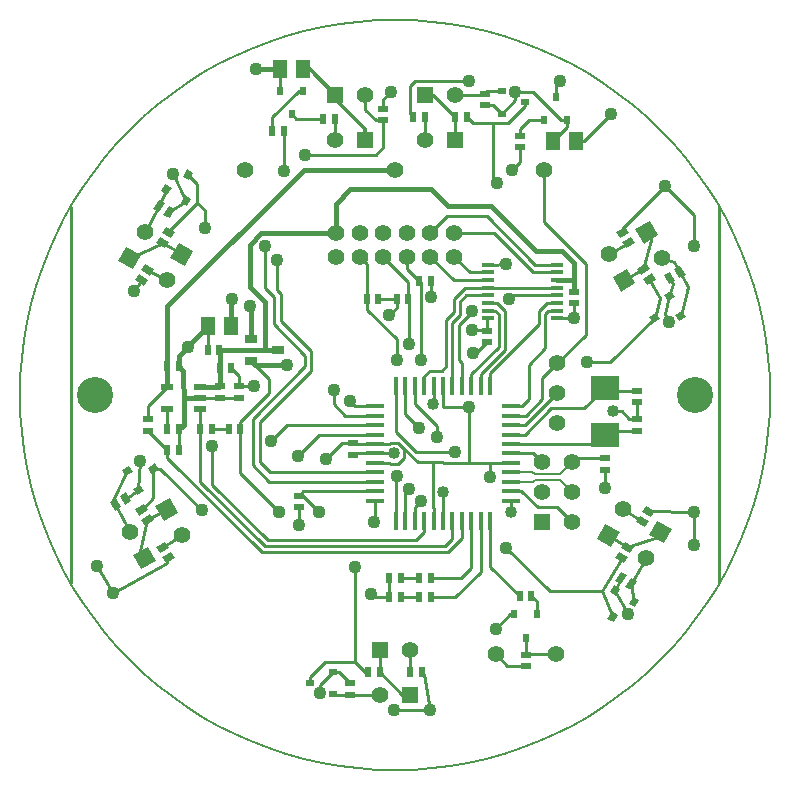
<source format=gtl>
G75*
G70*
%OFA0B0*%
%FSLAX24Y24*%
%IPPOS*%
%LPD*%
%AMOC8*
5,1,8,0,0,1.08239X$1,22.5*
%
%ADD10C,0.0080*%
%ADD11C,0.0100*%
%ADD12R,0.0591X0.0160*%
%ADD13R,0.0160X0.0591*%
%ADD14R,0.0413X0.0256*%
%ADD15R,0.0236X0.0354*%
%ADD16R,0.0453X0.0591*%
%ADD17R,0.0354X0.0236*%
%ADD18R,0.0433X0.0236*%
%ADD19R,0.0555X0.0555*%
%ADD20C,0.0555*%
%ADD21C,0.0440*%
%ADD22R,0.0236X0.0276*%
%ADD23R,0.0555X0.0555*%
%ADD24R,0.0394X0.0138*%
%ADD25R,0.0945X0.0787*%
%ADD26C,0.1200*%
%ADD27R,0.0276X0.0236*%
%ADD28C,0.0120*%
%ADD29C,0.0436*%
%ADD30C,0.0160*%
%ADD31C,0.0400*%
D10*
X000930Y014280D02*
X000945Y014893D01*
X000990Y015505D01*
X001065Y016114D01*
X001170Y016719D01*
X001305Y017317D01*
X001468Y017909D01*
X001661Y018491D01*
X001882Y019064D01*
X002130Y019624D01*
X002406Y020172D01*
X002708Y020706D01*
X003037Y021225D01*
X003390Y021726D01*
X003767Y022210D01*
X004168Y022674D01*
X004591Y023119D01*
X005036Y023542D01*
X005500Y023943D01*
X005984Y024320D01*
X006485Y024673D01*
X007004Y025002D01*
X007538Y025304D01*
X008086Y025580D01*
X008646Y025828D01*
X009219Y026049D01*
X009801Y026242D01*
X010393Y026405D01*
X010991Y026540D01*
X011596Y026645D01*
X012205Y026720D01*
X012817Y026765D01*
X013430Y026780D01*
X014043Y026765D01*
X014655Y026720D01*
X015264Y026645D01*
X015869Y026540D01*
X016467Y026405D01*
X017059Y026242D01*
X017641Y026049D01*
X018214Y025828D01*
X018774Y025580D01*
X019322Y025304D01*
X019856Y025002D01*
X020375Y024673D01*
X020876Y024320D01*
X021360Y023943D01*
X021824Y023542D01*
X022269Y023119D01*
X022692Y022674D01*
X023093Y022210D01*
X023470Y021726D01*
X023823Y021225D01*
X024152Y020706D01*
X024454Y020172D01*
X024730Y019624D01*
X024978Y019064D01*
X025199Y018491D01*
X025392Y017909D01*
X025555Y017317D01*
X025690Y016719D01*
X025795Y016114D01*
X025870Y015505D01*
X025915Y014893D01*
X025930Y014280D01*
X025915Y013667D01*
X025870Y013055D01*
X025795Y012446D01*
X025690Y011841D01*
X025555Y011243D01*
X025392Y010651D01*
X025199Y010069D01*
X024978Y009496D01*
X024730Y008936D01*
X024454Y008388D01*
X024152Y007854D01*
X023823Y007335D01*
X023470Y006834D01*
X023093Y006350D01*
X022692Y005886D01*
X022269Y005441D01*
X021824Y005018D01*
X021360Y004617D01*
X020876Y004240D01*
X020375Y003887D01*
X019856Y003558D01*
X019322Y003256D01*
X018774Y002980D01*
X018214Y002732D01*
X017641Y002511D01*
X017059Y002318D01*
X016467Y002155D01*
X015869Y002020D01*
X015264Y001915D01*
X014655Y001840D01*
X014043Y001795D01*
X013430Y001780D01*
X012817Y001795D01*
X012205Y001840D01*
X011596Y001915D01*
X010991Y002020D01*
X010393Y002155D01*
X009801Y002318D01*
X009219Y002511D01*
X008646Y002732D01*
X008086Y002980D01*
X007538Y003256D01*
X007004Y003558D01*
X006485Y003887D01*
X005984Y004240D01*
X005500Y004617D01*
X005036Y005018D01*
X004591Y005441D01*
X004168Y005886D01*
X003767Y006350D01*
X003390Y006834D01*
X003037Y007335D01*
X002708Y007854D01*
X002406Y008388D01*
X002130Y008936D01*
X001882Y009496D01*
X001661Y010069D01*
X001468Y010651D01*
X001305Y011243D01*
X001170Y011841D01*
X001065Y012446D01*
X000990Y013055D01*
X000945Y013667D01*
X000930Y014280D01*
X017294Y011700D02*
X018010Y011700D01*
X018080Y011630D01*
X018930Y011630D01*
X019330Y012030D01*
X018930Y011430D02*
X019330Y011030D01*
X018930Y011430D02*
X018080Y011430D01*
X018035Y011385D01*
X017294Y011385D01*
X017294Y010755D02*
X017280Y010741D01*
D11*
X017280Y010380D01*
X017294Y011070D02*
X017640Y011070D01*
X018180Y010530D01*
X018830Y010530D01*
X019330Y010030D01*
X020540Y009597D02*
X021178Y009200D01*
X022180Y009530D01*
X022280Y009713D01*
X021682Y010060D02*
X021040Y010463D01*
X020430Y011180D02*
X020430Y011783D01*
X020430Y012177D02*
X019477Y012177D01*
X019330Y012030D01*
X020132Y012645D02*
X020430Y012943D01*
X020430Y013083D01*
X021480Y013083D01*
X021480Y013477D02*
X021233Y013477D01*
X020980Y013730D01*
X020680Y013730D01*
X020430Y014427D02*
X020430Y014517D01*
X019743Y013830D01*
X018630Y013830D01*
X017760Y012960D01*
X017294Y012960D01*
X017294Y013275D02*
X017775Y013275D01*
X018830Y014330D01*
X018330Y014130D02*
X018330Y014830D01*
X018830Y015330D01*
X019780Y016280D01*
X019780Y018630D01*
X018380Y020030D01*
X018380Y021780D01*
X017580Y022030D02*
X017580Y022533D01*
X017580Y022927D02*
X017580Y023130D01*
X017886Y023436D01*
X018406Y023436D01*
X018974Y023436D02*
X018030Y024380D01*
X017430Y024380D01*
X017430Y024100D01*
X016986Y023656D01*
X016709Y023933D01*
X016430Y023933D01*
X016383Y024280D02*
X015430Y024280D01*
X015880Y024730D02*
X014080Y024730D01*
X013930Y024580D01*
X013930Y023630D01*
X014030Y023530D01*
X014033Y023530D01*
X014427Y023530D02*
X014430Y023530D01*
X014430Y022780D01*
X015430Y022780D02*
X015430Y023530D01*
X015433Y023530D01*
X014683Y024280D01*
X014430Y024280D01*
X013280Y024380D02*
X013030Y024130D01*
X013030Y023827D01*
X013030Y023433D02*
X013030Y022530D01*
X012780Y022280D01*
X010430Y022280D01*
X009730Y021730D02*
X009730Y023077D01*
X009727Y023080D01*
X009333Y023080D02*
X009333Y023533D01*
X010224Y024424D01*
X010354Y024424D01*
X009606Y024424D02*
X009606Y025110D01*
X009586Y025130D01*
X009980Y023636D02*
X010136Y023480D01*
X011033Y023480D01*
X011427Y023480D02*
X011430Y023477D01*
X011430Y022780D01*
X012430Y023780D02*
X012780Y023430D01*
X013027Y023430D01*
X013030Y023433D01*
X012430Y023780D02*
X012430Y024280D01*
X015827Y023530D02*
X016027Y023330D01*
X016680Y023330D01*
X016680Y021480D01*
X016830Y021330D01*
X017330Y021780D02*
X017580Y022030D01*
X018686Y022730D02*
X019154Y023198D01*
X019154Y023436D01*
X018974Y023436D01*
X019474Y022730D02*
X019730Y022730D01*
X020630Y023630D01*
X018930Y024730D02*
X018780Y024580D01*
X018780Y024224D01*
X017774Y024030D02*
X017774Y023924D01*
X017180Y023330D01*
X016680Y023330D01*
X016383Y024280D02*
X016430Y024327D01*
X016507Y024404D01*
X016986Y024404D01*
X016480Y020230D02*
X015167Y020230D01*
X014611Y019674D01*
X015399Y019674D02*
X015405Y019680D01*
X016730Y019680D01*
X018040Y018370D01*
X018841Y018370D01*
X018841Y018626D02*
X018084Y018626D01*
X016480Y020230D01*
X015399Y018886D02*
X015915Y018370D01*
X016538Y018370D01*
X016538Y018626D02*
X016638Y018622D01*
X017130Y018630D01*
X016538Y018114D02*
X015384Y018114D01*
X014611Y018886D01*
X013824Y018886D02*
X013824Y018489D01*
X014233Y018080D01*
X014280Y018033D01*
X014280Y015430D01*
X014580Y015080D02*
X014400Y014900D01*
X014400Y014594D01*
X014085Y014594D02*
X014085Y013975D01*
X014830Y013230D01*
X014830Y012880D01*
X015430Y012380D02*
X014130Y012380D01*
X013455Y013055D01*
X013455Y014594D01*
X013770Y014594D02*
X013770Y013640D01*
X014230Y013180D01*
X013730Y012480D02*
X014180Y012030D01*
X014680Y012030D01*
X015030Y012030D01*
X015030Y012015D01*
X015880Y012015D01*
X015880Y013880D01*
X015030Y013880D01*
X015030Y014594D01*
X014715Y014594D02*
X014715Y014015D01*
X014680Y013980D01*
X015345Y014594D02*
X015345Y016695D01*
X015580Y016930D01*
X015580Y017380D01*
X015802Y017602D01*
X016538Y017602D01*
X016538Y017346D02*
X016814Y017346D01*
X017080Y017080D01*
X017080Y015780D01*
X016290Y014990D01*
X016290Y014594D01*
X016605Y014594D02*
X016605Y015005D01*
X018230Y016630D01*
X018230Y017080D01*
X018496Y017346D01*
X018841Y017346D01*
X018841Y017090D02*
X018831Y017080D01*
X018530Y017080D01*
X018430Y016980D01*
X018430Y015830D01*
X017880Y015280D01*
X017880Y014130D01*
X017655Y013905D01*
X017294Y013905D01*
X017294Y013590D02*
X017790Y013590D01*
X018330Y014130D01*
X017294Y012645D02*
X020132Y012645D01*
X021480Y013477D02*
X021480Y014033D01*
X021480Y014427D02*
X020430Y014427D01*
X020610Y015380D02*
X019830Y015380D01*
X020610Y015380D02*
X022083Y016853D01*
X022264Y017527D01*
X021909Y018142D01*
X021712Y018483D02*
X021969Y019439D01*
X021817Y019701D01*
X021209Y019354D02*
X021204Y019336D01*
X020566Y018968D01*
X021012Y019695D02*
X021012Y019812D01*
X022430Y021230D01*
X023380Y020280D01*
X023380Y019230D01*
X022722Y018727D02*
X022924Y018377D01*
X023210Y017883D01*
X022952Y016923D01*
X022556Y016722D02*
X022416Y016964D01*
X022578Y017570D01*
X022691Y017993D01*
X022583Y018181D01*
X022722Y018727D02*
X022317Y018835D01*
X021712Y018483D02*
X021069Y018111D01*
X021066Y018102D01*
X019380Y017333D02*
X019380Y016830D01*
X019376Y016834D01*
X018841Y016834D01*
X018841Y017602D02*
X017352Y017602D01*
X017230Y017480D01*
X016770Y017090D02*
X016538Y017090D01*
X016770Y017090D02*
X016880Y016980D01*
X016880Y015880D01*
X015975Y014975D01*
X015975Y014594D01*
X015660Y014594D02*
X015660Y015350D01*
X015560Y015450D01*
X015560Y016610D01*
X015980Y017030D01*
X015980Y017080D01*
X016480Y016817D02*
X016480Y016427D01*
X016477Y016430D01*
X015980Y016430D01*
X016480Y016817D02*
X016493Y016830D01*
X016538Y016834D01*
X016480Y016033D02*
X016127Y015680D01*
X016030Y015680D01*
X015130Y015230D02*
X014980Y015080D01*
X014580Y015080D01*
X015130Y015230D02*
X015130Y016780D01*
X015380Y017030D01*
X015380Y017480D01*
X015758Y017858D01*
X016538Y017858D01*
X018841Y017858D01*
X014630Y018077D02*
X014630Y017530D01*
X014630Y018077D02*
X014627Y018080D01*
X013877Y018046D02*
X013877Y017480D01*
X013880Y017477D01*
X013880Y015980D01*
X013480Y016130D02*
X012483Y017127D01*
X012483Y017480D01*
X012483Y018652D01*
X012249Y018886D01*
X013036Y018886D02*
X013877Y018046D01*
X013483Y017480D02*
X013483Y017183D01*
X013230Y016930D01*
X013483Y017480D02*
X012877Y017480D01*
X013480Y016130D02*
X013480Y015430D01*
X012766Y013905D02*
X012105Y013905D01*
X011930Y014080D01*
X011770Y013590D02*
X011380Y013980D01*
X011380Y014430D01*
X011770Y013590D02*
X012766Y013590D01*
X012766Y013275D02*
X010925Y013275D01*
X009835Y013285D01*
X009735Y013175D01*
X009280Y012730D01*
X008930Y013380D02*
X010630Y015080D01*
X010630Y015730D01*
X009630Y016730D01*
X009630Y017630D01*
X009480Y017780D01*
X009480Y018780D01*
X009080Y019230D02*
X009080Y017830D01*
X009380Y017530D01*
X009380Y016630D01*
X010430Y015580D01*
X010430Y015230D01*
X008680Y013480D01*
X008680Y011930D01*
X009225Y011385D01*
X012766Y011385D01*
X012766Y011070D02*
X010373Y011070D01*
X010230Y010927D01*
X010350Y010927D01*
X010897Y010380D01*
X010230Y010533D02*
X010230Y009930D01*
X009560Y010380D02*
X008277Y011663D01*
X008277Y013130D01*
X008277Y013377D01*
X009230Y014330D01*
X009230Y014803D01*
X008627Y015406D01*
X008230Y014927D02*
X008230Y014577D01*
X008233Y014580D01*
X008730Y014580D01*
X008233Y014180D02*
X008230Y014183D01*
X008227Y014180D01*
X007577Y014180D01*
X007580Y014183D01*
X007577Y014180D02*
X006931Y014180D01*
X006931Y013806D02*
X006931Y013132D01*
X006933Y013130D01*
X006933Y011377D01*
X009080Y009230D01*
X015080Y009230D01*
X015345Y009495D01*
X015345Y010066D01*
X015030Y010066D02*
X015030Y011030D01*
X014680Y010530D02*
X014680Y012030D01*
X013730Y012180D02*
X013530Y011980D01*
X013280Y011980D01*
X013245Y012015D01*
X012766Y012015D01*
X012766Y011700D02*
X009260Y011700D01*
X008930Y012030D01*
X008930Y013380D01*
X007883Y013130D02*
X007327Y013130D01*
X007330Y012580D02*
X007330Y011280D01*
X009180Y009430D01*
X014130Y009430D01*
X014400Y009700D01*
X014400Y010066D01*
X014085Y010066D02*
X014085Y010535D01*
X014280Y010730D01*
X014680Y010530D02*
X014715Y010495D01*
X014715Y010066D01*
X013770Y010066D02*
X013770Y011020D01*
X013880Y011130D01*
X013455Y011555D02*
X013480Y011580D01*
X013455Y011555D02*
X013455Y010066D01*
X012766Y010066D02*
X012766Y010755D01*
X012766Y010066D02*
X012730Y010030D01*
X012080Y008530D02*
X012080Y005380D01*
X011080Y005380D01*
X010586Y004886D01*
X010586Y004680D01*
X010930Y004610D02*
X010930Y004330D01*
X010930Y004610D02*
X011374Y005054D01*
X011553Y005054D01*
X011930Y004677D01*
X011903Y004704D01*
X011930Y004283D02*
X011397Y004283D01*
X011374Y004306D01*
X011930Y004283D02*
X011933Y004280D01*
X012930Y004280D01*
X013380Y003780D02*
X014580Y003780D01*
X014380Y004977D01*
X014327Y005030D01*
X013933Y005030D02*
X013930Y005780D01*
X012930Y005780D02*
X012927Y005030D01*
X013677Y004280D01*
X013930Y004280D01*
X012533Y005030D02*
X012430Y005030D01*
X012080Y005380D01*
X012730Y007530D02*
X012630Y007630D01*
X012730Y007530D02*
X013233Y007530D01*
X013233Y008180D01*
X013627Y008180D02*
X014233Y008180D01*
X014627Y008180D02*
X015630Y008180D01*
X015975Y008525D01*
X015975Y010066D01*
X016290Y010066D02*
X016290Y008390D01*
X015430Y007530D01*
X014627Y007530D01*
X014233Y007530D02*
X013627Y007530D01*
X015180Y009030D02*
X015660Y009510D01*
X015660Y010066D01*
X016605Y010066D02*
X016605Y008558D01*
X017583Y007580D01*
X017977Y007580D02*
X018154Y007403D01*
X018154Y006974D01*
X017780Y006186D02*
X017780Y005627D01*
X017783Y005630D01*
X018780Y005630D01*
X017780Y005233D02*
X017177Y005233D01*
X016780Y005630D01*
X016780Y006480D02*
X017274Y006974D01*
X017406Y006974D01*
X018580Y007730D02*
X020330Y007730D01*
X020683Y006889D01*
X021180Y006980D02*
X020753Y007758D01*
X020960Y008178D01*
X021300Y007982D02*
X021401Y007384D01*
X021300Y007982D02*
X021780Y008847D01*
X020982Y008860D02*
X020330Y007730D01*
X018580Y007730D02*
X017130Y009180D01*
X015180Y009030D02*
X008980Y009030D01*
X005833Y012177D01*
X005833Y012430D01*
X005180Y013083D01*
X005180Y013477D02*
X005180Y013905D01*
X005829Y014554D01*
X005833Y014558D01*
X005829Y013806D02*
X005829Y013134D01*
X005833Y013130D01*
X006227Y013130D02*
X006227Y012430D01*
X005583Y011827D02*
X005371Y011827D01*
X005371Y010840D01*
X004982Y010450D01*
X005178Y010110D02*
X004930Y009080D01*
X005080Y008847D01*
X005682Y009200D02*
X006320Y009597D01*
X005878Y008860D02*
X005830Y008680D01*
X004030Y007680D01*
X003480Y008580D01*
X002630Y008000D02*
X002630Y020530D01*
X004580Y018847D02*
X005682Y019360D01*
X006320Y018963D01*
X005878Y019700D02*
X005928Y019778D01*
X006830Y020680D01*
X007080Y020430D01*
X007080Y019830D01*
X006830Y020680D02*
X006830Y021318D01*
X006527Y021621D01*
X006030Y021630D02*
X006457Y020752D01*
X005900Y020382D01*
X005560Y020578D02*
X005809Y021126D01*
X005560Y020578D02*
X005080Y019713D01*
X005178Y018450D02*
X005820Y018097D01*
X004982Y018110D02*
X004730Y017730D01*
X007183Y016577D02*
X007183Y015780D01*
X007577Y015780D02*
X007583Y015774D01*
X007583Y015180D02*
X007580Y015177D01*
X007977Y015180D02*
X008230Y014927D01*
X007580Y014577D02*
X007557Y014554D01*
X007183Y016577D02*
X007186Y016580D01*
X010910Y012960D02*
X010180Y012230D01*
X011130Y012130D02*
X011677Y012677D01*
X012030Y012677D01*
X012062Y012645D01*
X012766Y012645D01*
X013245Y012645D01*
X013280Y012680D01*
X013530Y012680D01*
X013730Y012480D01*
X013730Y012180D01*
X013380Y012330D02*
X012766Y012330D01*
X012077Y012330D01*
X012030Y012283D01*
X012766Y012960D02*
X010910Y012960D01*
X006980Y010430D02*
X005583Y011827D01*
X004930Y012080D02*
X004876Y011109D01*
X004450Y010828D01*
X004110Y010632D02*
X004030Y010780D01*
X004502Y011757D01*
X004110Y010632D02*
X004580Y009713D01*
X005178Y010110D02*
X005820Y010463D01*
X015880Y012015D02*
X016580Y012015D01*
X016580Y011530D01*
X016580Y012015D02*
X017294Y012015D01*
X017294Y012330D02*
X018030Y012330D01*
X018330Y012030D01*
X021878Y010400D02*
X023380Y010380D01*
X023380Y009280D01*
X024230Y008000D02*
X024230Y020530D01*
D12*
X017294Y013905D03*
X017294Y013590D03*
X017294Y013275D03*
X017294Y012960D03*
X017294Y012645D03*
X017294Y012330D03*
X017294Y012015D03*
X017294Y011700D03*
X017294Y011385D03*
X017294Y011070D03*
X017294Y010755D03*
X012766Y010755D03*
X012766Y011070D03*
X012766Y011385D03*
X012766Y011700D03*
X012766Y012015D03*
X012766Y012330D03*
X012766Y012645D03*
X012766Y012960D03*
X012766Y013275D03*
X012766Y013590D03*
X012766Y013905D03*
D13*
X013455Y014594D03*
X013770Y014594D03*
X014085Y014594D03*
X014400Y014594D03*
X014715Y014594D03*
X015030Y014594D03*
X015345Y014594D03*
X015660Y014594D03*
X015975Y014594D03*
X016290Y014594D03*
X016605Y014594D03*
X016605Y010066D03*
X016290Y010066D03*
X015975Y010066D03*
X015660Y010066D03*
X015345Y010066D03*
X015030Y010066D03*
X014715Y010066D03*
X014400Y010066D03*
X014085Y010066D03*
X013770Y010066D03*
X013455Y010066D03*
D14*
X008627Y015406D03*
X008627Y016154D03*
X009533Y015780D03*
D15*
X007977Y015180D03*
X007583Y015180D03*
X007577Y015780D03*
X007183Y015780D03*
X006227Y015230D03*
X005833Y015230D03*
X005833Y013130D03*
X006227Y013130D03*
X006227Y012430D03*
X005833Y012430D03*
X006933Y013130D03*
X007327Y013130D03*
X007883Y013130D03*
X008277Y013130D03*
X012483Y017480D03*
X012877Y017480D03*
X013483Y017480D03*
X013877Y017480D03*
X014233Y018080D03*
X014627Y018080D03*
X009727Y023080D03*
X009333Y023080D03*
X011033Y023480D03*
X011427Y023480D03*
X014033Y023530D03*
X014427Y023530D03*
X015433Y023530D03*
X015827Y023530D03*
X014627Y008180D03*
X014233Y008180D03*
X013627Y008180D03*
X013233Y008180D03*
X013233Y007530D03*
X013627Y007530D03*
X014233Y007530D03*
X014627Y007530D03*
X014327Y005030D03*
X013933Y005030D03*
X012927Y005030D03*
X012533Y005030D03*
X017583Y007580D03*
X017977Y007580D03*
D16*
X007974Y016580D03*
X007186Y016580D03*
X009586Y025130D03*
X010374Y025130D03*
X018686Y022730D03*
X019474Y022730D03*
D17*
X017580Y022533D03*
X017580Y022927D03*
X016430Y023933D03*
X016430Y024327D03*
X013030Y023827D03*
X013030Y023433D03*
X019380Y017727D03*
X019380Y017333D03*
G36*
X021421Y019341D02*
X021115Y019164D01*
X020997Y019367D01*
X021303Y019544D01*
X021421Y019341D01*
G37*
G36*
X021224Y019682D02*
X020918Y019505D01*
X020800Y019708D01*
X021106Y019885D01*
X021224Y019682D01*
G37*
G36*
X021500Y018496D02*
X021806Y018673D01*
X021924Y018470D01*
X021618Y018293D01*
X021500Y018496D01*
G37*
G36*
X021697Y018155D02*
X022003Y018332D01*
X022121Y018129D01*
X021815Y017952D01*
X021697Y018155D01*
G37*
G36*
X022596Y018393D02*
X022773Y018087D01*
X022570Y017969D01*
X022393Y018275D01*
X022596Y018393D01*
G37*
G36*
X022937Y018589D02*
X023114Y018283D01*
X022911Y018165D01*
X022734Y018471D01*
X022937Y018589D01*
G37*
X021480Y014427D03*
X021480Y014033D03*
X021480Y013477D03*
X021480Y013083D03*
X020430Y012177D03*
X020430Y011783D03*
G36*
X021972Y010210D02*
X021666Y010387D01*
X021784Y010590D01*
X022090Y010413D01*
X021972Y010210D01*
G37*
G36*
X021776Y009870D02*
X021470Y010047D01*
X021588Y010250D01*
X021894Y010073D01*
X021776Y009870D01*
G37*
G36*
X021084Y009390D02*
X021390Y009213D01*
X021272Y009010D01*
X020966Y009187D01*
X021084Y009390D01*
G37*
G36*
X020888Y009050D02*
X021194Y008873D01*
X021076Y008670D01*
X020770Y008847D01*
X020888Y009050D01*
G37*
G36*
X021150Y008272D02*
X020973Y007966D01*
X020770Y008084D01*
X020947Y008390D01*
X021150Y008272D01*
G37*
G36*
X021490Y008076D02*
X021313Y007770D01*
X021110Y007888D01*
X021287Y008194D01*
X021490Y008076D01*
G37*
X017780Y005627D03*
X017780Y005233D03*
X011930Y004677D03*
X011930Y004283D03*
X010230Y010533D03*
X010230Y010927D03*
X012030Y012283D03*
X012030Y012677D03*
X008230Y014183D03*
X008230Y014577D03*
X007580Y014577D03*
X007580Y014183D03*
X005180Y013477D03*
X005180Y013083D03*
G36*
X004437Y010616D02*
X004260Y010922D01*
X004463Y011040D01*
X004640Y010734D01*
X004437Y010616D01*
G37*
G36*
X004097Y010420D02*
X003920Y010726D01*
X004123Y010844D01*
X004300Y010538D01*
X004097Y010420D01*
G37*
G36*
X005194Y010437D02*
X004888Y010260D01*
X004770Y010463D01*
X005076Y010640D01*
X005194Y010437D01*
G37*
G36*
X005390Y010097D02*
X005084Y009920D01*
X004966Y010123D01*
X005272Y010300D01*
X005390Y010097D01*
G37*
G36*
X005470Y009213D02*
X005776Y009390D01*
X005894Y009187D01*
X005588Y009010D01*
X005470Y009213D01*
G37*
G36*
X005666Y008873D02*
X005972Y009050D01*
X006090Y008847D01*
X005784Y008670D01*
X005666Y008873D01*
G37*
G36*
X004888Y018300D02*
X005194Y018123D01*
X005076Y017920D01*
X004770Y018097D01*
X004888Y018300D01*
G37*
G36*
X005084Y018640D02*
X005390Y018463D01*
X005272Y018260D01*
X004966Y018437D01*
X005084Y018640D01*
G37*
G36*
X005776Y019170D02*
X005470Y019347D01*
X005588Y019550D01*
X005894Y019373D01*
X005776Y019170D01*
G37*
G36*
X005972Y019510D02*
X005666Y019687D01*
X005784Y019890D01*
X006090Y019713D01*
X005972Y019510D01*
G37*
G36*
X005710Y020288D02*
X005887Y020594D01*
X006090Y020476D01*
X005913Y020170D01*
X005710Y020288D01*
G37*
G36*
X005370Y020484D02*
X005547Y020790D01*
X005750Y020672D01*
X005573Y020366D01*
X005370Y020484D01*
G37*
X016480Y016427D03*
X016480Y016033D03*
D18*
X006931Y014554D03*
X006931Y014180D03*
X006931Y013806D03*
X005829Y013806D03*
X005829Y014554D03*
D19*
X012430Y022780D03*
X011430Y024280D03*
X014430Y024280D03*
X015430Y022780D03*
X018330Y010030D03*
X012930Y005780D03*
X013930Y004280D03*
D20*
X012930Y004280D03*
X013930Y005780D03*
X016780Y005630D03*
X018780Y005630D03*
X021780Y008847D03*
X021040Y010463D03*
X019330Y010030D03*
X019330Y011030D03*
X019330Y012030D03*
X018330Y012030D03*
X018330Y011030D03*
X018830Y013330D03*
X018830Y014330D03*
X018830Y015330D03*
X020566Y018968D03*
X022317Y018835D03*
X018380Y021780D03*
X015399Y019674D03*
X015399Y018886D03*
X014611Y018886D03*
X013824Y018886D03*
X013824Y019674D03*
X014611Y019674D03*
X013036Y019674D03*
X012249Y019674D03*
X011461Y019674D03*
X011461Y018886D03*
X012249Y018886D03*
X013036Y018886D03*
X013430Y021780D03*
X014430Y022780D03*
X015430Y024280D03*
X012430Y024280D03*
X011430Y022780D03*
X008430Y021780D03*
X005080Y019713D03*
X005820Y018097D03*
X004580Y009713D03*
X006320Y009597D03*
D21*
X009560Y010380D03*
X010897Y010380D03*
D22*
X017406Y006974D03*
X017780Y006186D03*
X018154Y006974D03*
X018406Y023436D03*
X019154Y023436D03*
X018780Y024224D03*
X010354Y024424D03*
X009606Y024424D03*
X009980Y023636D03*
D23*
G36*
X005942Y018862D02*
X006219Y019341D01*
X006698Y019064D01*
X006421Y018585D01*
X005942Y018862D01*
G37*
G36*
X004958Y018948D02*
X004681Y018469D01*
X004202Y018746D01*
X004479Y019225D01*
X004958Y018948D01*
G37*
G36*
X005719Y010085D02*
X005442Y010564D01*
X005921Y010841D01*
X006198Y010362D01*
X005719Y010085D01*
G37*
G36*
X005181Y009225D02*
X005458Y008746D01*
X004979Y008469D01*
X004702Y008948D01*
X005181Y009225D01*
G37*
G36*
X020918Y009698D02*
X020641Y009219D01*
X020162Y009496D01*
X020439Y009975D01*
X020918Y009698D01*
G37*
G36*
X021902Y009612D02*
X022179Y010091D01*
X022658Y009814D01*
X022381Y009335D01*
X021902Y009612D01*
G37*
G36*
X021167Y018480D02*
X021444Y018001D01*
X020965Y017724D01*
X020688Y018203D01*
X021167Y018480D01*
G37*
G36*
X021716Y019323D02*
X021439Y019802D01*
X021918Y020079D01*
X022195Y019600D01*
X021716Y019323D01*
G37*
D24*
X018841Y018626D03*
X018841Y018370D03*
X018841Y018114D03*
X018841Y017858D03*
X018841Y017602D03*
X018841Y017346D03*
X018841Y017090D03*
X018841Y016834D03*
X016538Y016834D03*
X016538Y017090D03*
X016538Y017346D03*
X016538Y017602D03*
X016538Y017858D03*
X016538Y018114D03*
X016538Y018370D03*
X016538Y018626D03*
D25*
X020430Y014517D03*
X020430Y012943D03*
D26*
X023430Y014280D03*
X003430Y014280D03*
D27*
G36*
X005193Y011860D02*
X005431Y011998D01*
X005549Y011794D01*
X005311Y011656D01*
X005193Y011860D01*
G37*
G36*
X004324Y011790D02*
X004562Y011928D01*
X004680Y011724D01*
X004442Y011586D01*
X004324Y011790D01*
G37*
G36*
X004698Y011142D02*
X004936Y011280D01*
X005054Y011076D01*
X004816Y010938D01*
X004698Y011142D01*
G37*
X010586Y004680D03*
X011374Y004306D03*
X011374Y005054D03*
G36*
X020854Y006949D02*
X020716Y006711D01*
X020512Y006829D01*
X020650Y007067D01*
X020854Y006949D01*
G37*
G36*
X021572Y007444D02*
X021434Y007206D01*
X021230Y007324D01*
X021368Y007562D01*
X021572Y007444D01*
G37*
G36*
X020924Y007818D02*
X020786Y007580D01*
X020582Y007698D01*
X020720Y007936D01*
X020924Y007818D01*
G37*
G36*
X022261Y016820D02*
X022023Y016682D01*
X021905Y016886D01*
X022143Y017024D01*
X022261Y016820D01*
G37*
G36*
X023130Y016890D02*
X022892Y016752D01*
X022774Y016956D01*
X023012Y017094D01*
X023130Y016890D01*
G37*
G36*
X022756Y017537D02*
X022518Y017399D01*
X022400Y017603D01*
X022638Y017741D01*
X022756Y017537D01*
G37*
X016986Y023656D03*
X016986Y024404D03*
X017774Y024030D03*
G36*
X006356Y021561D02*
X006494Y021799D01*
X006698Y021681D01*
X006560Y021443D01*
X006356Y021561D01*
G37*
G36*
X005638Y021066D02*
X005776Y021304D01*
X005980Y021186D01*
X005842Y020948D01*
X005638Y021066D01*
G37*
G36*
X006286Y020692D02*
X006424Y020930D01*
X006628Y020812D01*
X006490Y020574D01*
X006286Y020692D01*
G37*
D28*
X010374Y025130D02*
X010580Y025130D01*
X011430Y024280D01*
X011430Y024130D01*
X012430Y023130D01*
X012430Y022780D01*
D29*
X004030Y007680D03*
X003480Y008580D03*
X004930Y012080D03*
X006980Y010430D03*
X007330Y012580D03*
X009280Y012730D03*
X010180Y012230D03*
X011130Y012130D03*
X011930Y014080D03*
X011380Y014430D03*
X009830Y015280D03*
X008730Y014580D03*
X006530Y015880D03*
X007980Y017480D03*
X008580Y017230D03*
X009480Y018780D03*
X009080Y019230D03*
X007080Y019830D03*
X006030Y021630D03*
X008780Y025130D03*
X010430Y022280D03*
X009730Y021730D03*
X013280Y024380D03*
X015880Y024730D03*
X017430Y024380D03*
X018930Y024730D03*
X020630Y023630D03*
X022430Y021230D03*
X023380Y019230D03*
X022556Y016722D03*
X019830Y015380D03*
X019380Y016830D03*
X017230Y017480D03*
X017130Y018630D03*
X015980Y017080D03*
X015980Y016430D03*
X016030Y015680D03*
X014280Y015430D03*
X013880Y015980D03*
X013480Y015430D03*
X013230Y016930D03*
X014630Y017530D03*
X015880Y013880D03*
X014830Y012880D03*
X015430Y012380D03*
X016580Y011530D03*
X014280Y010730D03*
X013880Y011130D03*
X013480Y011580D03*
X014230Y013180D03*
X012730Y010030D03*
X012080Y008530D03*
X012630Y007630D03*
X010230Y009930D03*
X010930Y004330D03*
X013380Y003780D03*
X014580Y003780D03*
X016780Y006480D03*
X017130Y009180D03*
X020430Y011180D03*
X023380Y010380D03*
X023380Y009280D03*
X021180Y006980D03*
X016830Y021330D03*
X017330Y021780D03*
X004730Y017730D03*
D30*
X005833Y017233D02*
X010380Y021780D01*
X013430Y021780D01*
X014630Y021130D02*
X011930Y021130D01*
X011461Y020661D01*
X011461Y019674D01*
X008974Y019674D01*
X008580Y019280D01*
X008580Y017880D01*
X009080Y017380D01*
X009080Y015780D01*
X007577Y015780D01*
X007583Y015774D02*
X007583Y015180D01*
X007580Y015177D02*
X007580Y014577D01*
X007557Y014554D02*
X006931Y014554D01*
X006931Y014180D02*
X006380Y014180D01*
X006380Y013283D01*
X006227Y013130D01*
X006380Y014180D02*
X006377Y014830D01*
X006377Y015080D01*
X006227Y015230D01*
X006227Y015577D01*
X006530Y015880D01*
X006530Y015924D01*
X007186Y016580D01*
X007974Y016580D02*
X007974Y017474D01*
X007980Y017480D01*
X008580Y017230D02*
X008627Y017183D01*
X008627Y016154D01*
X009080Y015780D02*
X009533Y015780D01*
X009830Y015280D02*
X008753Y015280D01*
X008627Y015406D01*
X005833Y015230D02*
X005833Y014558D01*
X005833Y015230D02*
X005833Y017233D01*
X008780Y025130D02*
X009586Y025130D01*
X014630Y021130D02*
X015180Y020580D01*
X016630Y020580D01*
X018130Y019080D01*
X018980Y019080D01*
X019380Y018680D01*
X019380Y018130D01*
X019364Y018114D01*
X018841Y018114D01*
X019380Y018130D02*
X019380Y017727D01*
D31*
X020680Y013730D03*
X017280Y010380D03*
X015030Y011030D03*
X013380Y012330D03*
X014680Y013980D03*
M02*

</source>
